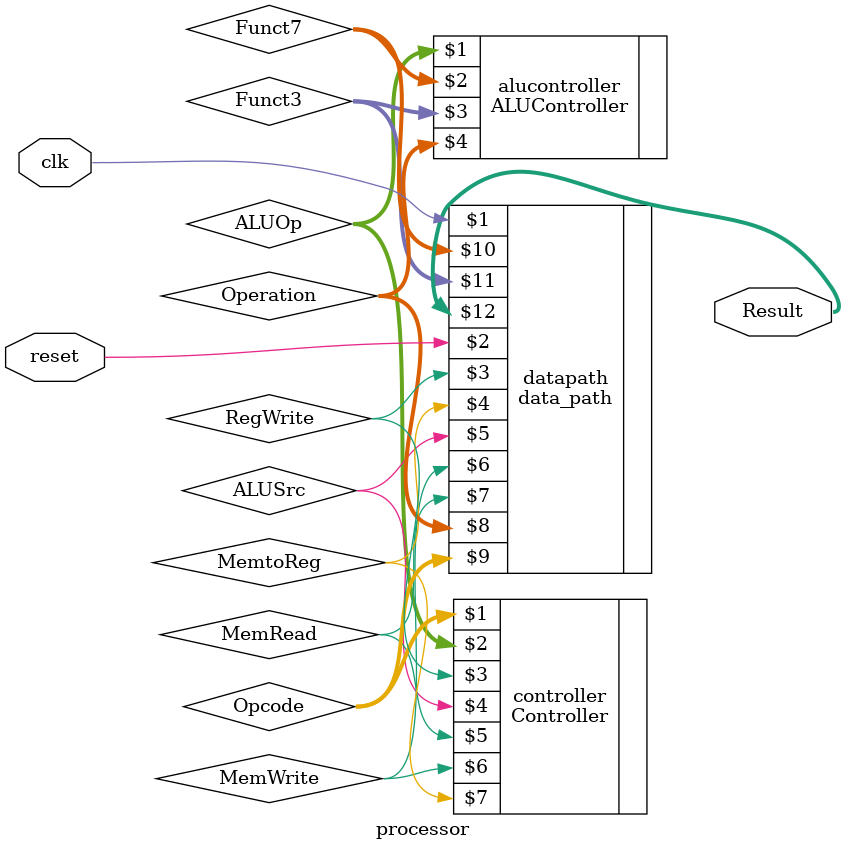
<source format=v>
`timescale 1ns / 1ps


module processor(
    input clk, reset,
    output [31:0] Result
    );
    wire [2:0] Funct3;
    wire [6:0] Funct7;
    wire [6:0] Opcode;
    wire [2:0] ALUOp;
    wire [3:0] Operation;
    
    wire RegWrite, ALUSrc, MemRead, MemWrite, MemtoReg;
    Controller controller(Opcode, ALUOp, RegWrite, ALUSrc, MemRead, MemWrite, MemtoReg);
    ALUController alucontroller(ALUOp, Funct7, Funct3, Operation);
    data_path datapath(clk, reset, RegWrite, MemtoReg, ALUSrc, MemWrite, MemRead, Operation, Opcode, Funct7, Funct3, Result);
    
endmodule

</source>
